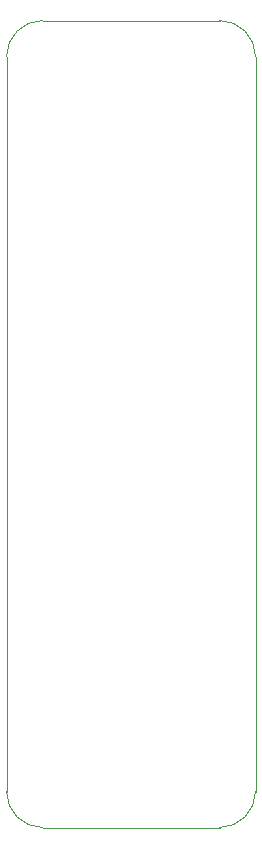
<source format=gbr>
%TF.GenerationSoftware,KiCad,Pcbnew,(5.1.10)-1*%
%TF.CreationDate,2021-05-31T22:30:43+02:00*%
%TF.ProjectId,Nes Sound Expansion,4e657320-536f-4756-9e64-20457870616e,rev?*%
%TF.SameCoordinates,Original*%
%TF.FileFunction,Profile,NP*%
%FSLAX46Y46*%
G04 Gerber Fmt 4.6, Leading zero omitted, Abs format (unit mm)*
G04 Created by KiCad (PCBNEW (5.1.10)-1) date 2021-05-31 22:30:43*
%MOMM*%
%LPD*%
G01*
G04 APERTURE LIST*
%TA.AperFunction,Profile*%
%ADD10C,0.050000*%
%TD*%
G04 APERTURE END LIST*
D10*
X95885000Y-49022000D02*
G75*
G02*
X98933000Y-45974000I3048000J0D01*
G01*
X113919000Y-45974000D02*
G75*
G02*
X116967000Y-49022000I0J-3048000D01*
G01*
X98933000Y-114300000D02*
G75*
G02*
X95885000Y-111252000I0J3048000D01*
G01*
X116967000Y-111252000D02*
G75*
G02*
X113919000Y-114300000I-3048000J0D01*
G01*
X116967000Y-111252000D02*
X116967000Y-49022000D01*
X113919000Y-45974000D02*
X98933000Y-45974000D01*
X98933000Y-114300000D02*
X113919000Y-114300000D01*
X95885000Y-49022000D02*
X95885000Y-111252000D01*
M02*

</source>
